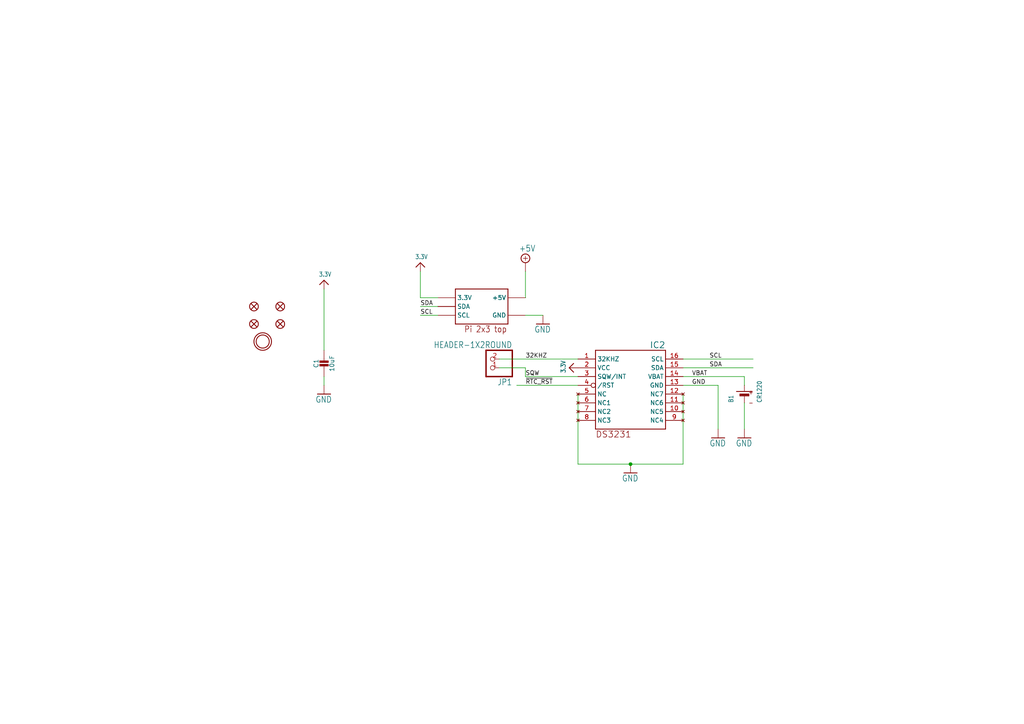
<source format=kicad_sch>
(kicad_sch (version 20211123) (generator eeschema)
  (paper "A4")
  (lib_symbols
    (symbol "eagleSchem-eagle-import:+5V" (power)
      (property "Value" "+5V" (at -1.905 3.175 0))
      (symbol "+5V_1_0"
        (polyline (pts (xy -0.635 1.27) (xy 0.635 1.27)) (stroke (width 0.1524)))
        (polyline (pts (xy 0 0.635) (xy 0 1.905)) (stroke (width 0.1524)))
        (circle (center 0 1.27) (radius 1.27) (stroke (width 0.254)))
        (pin power_in line (at 0 -2.54 90) (length 2.54) (name "+5V") (number "1"))
      )
    )
    (symbol "eagleSchem-eagle-import:3.3V" (power)
      (property "Value" "3.3V" (at -1.524 1.016 0))
      (symbol "3.3V_1_0"
        (polyline (pts (xy -1.27 -1.27) (xy 0 0)) (stroke (width 0.254)))
        (polyline (pts (xy 0 0) (xy 1.27 -1.27)) (stroke (width 0.254)))
        (pin power_in line (at 0 -2.54 90) (length 2.54) (name "3.3V") (number "1"))
      )
    )
    (symbol "eagleSchem-eagle-import:BATTERYCR1220_SMT"
      (property "Reference" "B" (at -2.54 3.175 0))
      (property "Value" "BATTERYCR1220_SMT" (at -2.54 -5.08 0))
      (symbol "BATTERYCR1220_SMT_1_0"
        (polyline (pts (xy -2.54 0) (xy -0.635 0)) (stroke (width 0.1524)))
        (polyline (pts (xy -0.508 -1.27) (xy -0.508 1.27)) (stroke (width 0.254)))
        (polyline (pts (xy -0.508 1.27) (xy -0.254 1.27)) (stroke (width 0.254)))
        (polyline (pts (xy -0.254 -1.27) (xy -0.508 -1.27)) (stroke (width 0.254)))
        (polyline (pts (xy -0.254 1.27) (xy -0.254 -1.27)) (stroke (width 0.254)))
        (polyline (pts (xy -0.254 1.27) (xy 0 1.27)) (stroke (width 0.254)))
        (polyline (pts (xy 0 -1.27) (xy -0.254 -1.27)) (stroke (width 0.254)))
        (polyline (pts (xy 0 1.27) (xy 0 -1.27)) (stroke (width 0.254)))
        (polyline (pts (xy 0.762 2.286) (xy 0.762 -2.286)) (stroke (width 0.254)))
        (polyline (pts (xy 0.889 0) (xy 2.54 0)) (stroke (width 0.1524)))
        (text "+" (at 1.27 -1.143 900) (effects (font (size 1.27 1.0795)) (justify right top)))
        (text "-" (at -1.778 -1.143 900) (effects (font (size 1.27 1.0795)) (justify right top)))
        (pin passive line (at 2.54 0 180) (length 0) (name "+") (number "+$1"))
        (pin passive line (at 2.54 0 180) (length 0) (name "+") (number "+$2"))
        (pin passive line (at -2.54 0 0) (length 0) (name "-") (number "-"))
      )
    )
    (symbol "eagleSchem-eagle-import:CAP_CERAMIC0805-NOOUTLINE"
      (property "Reference" "C" (at -2.29 1.25 90))
      (property "Value" "CAP_CERAMIC0805-NOOUTLINE" (at 2.3 1.25 90))
      (symbol "CAP_CERAMIC0805-NOOUTLINE_1_0"
        (rectangle (start -1.27 0.508) (end 1.27 1.016) (fill (type outline)))
        (rectangle (start -1.27 1.524) (end 1.27 2.032) (fill (type outline)))
        (polyline (pts (xy 0 0.762) (xy 0 0)) (stroke (width 0.1524)))
        (polyline (pts (xy 0 2.54) (xy 0 1.778)) (stroke (width 0.1524)))
        (pin passive line (at 0 5.08 270) (length 2.54) (name "1") (number "1"))
        (pin passive line (at 0 -2.54 90) (length 2.54) (name "2") (number "2"))
      )
    )
    (symbol "eagleSchem-eagle-import:DS3231{slash}SO"
      (property "Reference" "IC" (at 10.16 15.24 0))
      (symbol "DS3231{slash}SO_1_0"
        (polyline (pts (xy -10.16 -10.16) (xy -10.16 12.7)) (stroke (width 0.254)))
        (polyline (pts (xy -10.16 12.7) (xy 10.16 12.7)) (stroke (width 0.254)))
        (polyline (pts (xy 10.16 -10.16) (xy -10.16 -10.16)) (stroke (width 0.254)))
        (polyline (pts (xy 10.16 12.7) (xy 10.16 -10.16)) (stroke (width 0.254)))
        (text "DS3231" (at -10.16 -12.7 0) (effects (font (size 1.778 1.778)) (justify left bottom)))
        (pin output line (at -15.24 10.16 0) (length 5.08) (name "32KHZ") (number "1"))
        (pin no_connect line (at 15.24 -5.08 180) (length 5.08) (name "NC5") (number "10"))
        (pin no_connect line (at 15.24 -2.54 180) (length 5.08) (name "NC6") (number "11"))
        (pin no_connect line (at 15.24 0 180) (length 5.08) (name "NC7") (number "12"))
        (pin power_in line (at 15.24 2.54 180) (length 5.08) (name "GND") (number "13"))
        (pin power_in line (at 15.24 5.08 180) (length 5.08) (name "VBAT") (number "14"))
        (pin bidirectional line (at 15.24 7.62 180) (length 5.08) (name "SDA") (number "15"))
        (pin bidirectional line (at 15.24 10.16 180) (length 5.08) (name "SCL") (number "16"))
        (pin power_in line (at -15.24 7.62 0) (length 5.08) (name "VCC") (number "2"))
        (pin output line (at -15.24 5.08 0) (length 5.08) (name "SQW/INT") (number "3"))
        (pin passive inverted (at -15.24 2.54 0) (length 5.08) (name "/RST") (number "4"))
        (pin no_connect line (at -15.24 0 0) (length 5.08) (name "NC") (number "5"))
        (pin no_connect line (at -15.24 -2.54 0) (length 5.08) (name "NC1") (number "6"))
        (pin no_connect line (at -15.24 -5.08 0) (length 5.08) (name "NC2") (number "7"))
        (pin no_connect line (at -15.24 -7.62 0) (length 5.08) (name "NC3") (number "8"))
        (pin no_connect line (at 15.24 -7.62 180) (length 5.08) (name "NC4") (number "9"))
      )
    )
    (symbol "eagleSchem-eagle-import:FIDUCIAL_1MM"
      (symbol "FIDUCIAL_1MM_1_0"
        (polyline (pts (xy -0.762 0.762) (xy 0.762 -0.762)) (stroke (width 0.254)))
        (polyline (pts (xy 0.762 0.762) (xy -0.762 -0.762)) (stroke (width 0.254)))
        (circle (center 0 0) (radius 1.27) (stroke (width 0.254)))
      )
    )
    (symbol "eagleSchem-eagle-import:GND" (power)
      (property "Value" "GND" (at -2.54 -2.54 0))
      (symbol "GND_1_0"
        (polyline (pts (xy -1.905 0) (xy 1.905 0)) (stroke (width 0.254)))
        (pin power_in line (at 0 2.54 270) (length 2.54) (name "GND") (number "1"))
      )
    )
    (symbol "eagleSchem-eagle-import:HEADER-1X2ROUND"
      (property "Reference" "JP" (at -6.35 5.715 0))
      (property "Value" "HEADER-1X2ROUND" (at -6.35 -5.08 0))
      (symbol "HEADER-1X2ROUND_1_0"
        (polyline (pts (xy -6.35 -2.54) (xy 1.27 -2.54)) (stroke (width 0.4064)))
        (polyline (pts (xy -6.35 5.08) (xy -6.35 -2.54)) (stroke (width 0.4064)))
        (polyline (pts (xy 1.27 -2.54) (xy 1.27 5.08)) (stroke (width 0.4064)))
        (polyline (pts (xy 1.27 5.08) (xy -6.35 5.08)) (stroke (width 0.4064)))
        (pin passive inverted (at -2.54 2.54 0) (length 2.54) (name "1") (number "1"))
        (pin passive inverted (at -2.54 0 0) (length 2.54) (name "2") (number "2"))
      )
    )
    (symbol "eagleSchem-eagle-import:MOUNTINGHOLE3.0THIN"
      (symbol "MOUNTINGHOLE3.0THIN_1_0"
        (circle (center 0 0) (radius 1.905) (stroke (width 0.254)))
        (circle (center 0 0) (radius 2.54) (stroke (width 0.254)))
      )
    )
    (symbol "eagleSchem-eagle-import:RASPBERRYPI_2X3"
      (symbol "RASPBERRYPI_2X3_1_0"
        (polyline (pts (xy -7.62 -5.08) (xy -7.62 5.08)) (stroke (width 0.254)))
        (polyline (pts (xy -7.62 5.08) (xy 7.62 5.08)) (stroke (width 0.254)))
        (polyline (pts (xy 7.62 -5.08) (xy -7.62 -5.08)) (stroke (width 0.254)))
        (polyline (pts (xy 7.62 5.08) (xy 7.62 -5.08)) (stroke (width 0.254)))
        (text "Pi 2x3 top" (at -5.08 -7.62 0) (effects (font (size 1.778 1.5113)) (justify left bottom)))
        (pin bidirectional line (at -12.7 2.54 0) (length 5.08) (name "3.3V") (number "1"))
        (pin bidirectional line (at -12.7 2.54 0) (length 5.08) (name "3.3V") (number "1'"))
        (pin bidirectional line (at 12.7 2.54 180) (length 5.08) (name "+5V") (number "2"))
        (pin bidirectional line (at 12.7 2.54 180) (length 5.08) (name "+5V") (number "2'"))
        (pin bidirectional line (at -12.7 0 0) (length 5.08) (name "SDA") (number "3"))
        (pin bidirectional line (at -12.7 0 0) (length 5.08) (name "SDA") (number "3'"))
        (pin bidirectional line (at 12.7 2.54 180) (length 5.08) (name "+5V") (number "4"))
        (pin bidirectional line (at 12.7 2.54 180) (length 5.08) (name "+5V") (number "4'"))
        (pin bidirectional line (at -12.7 -2.54 0) (length 5.08) (name "SCL") (number "5"))
        (pin bidirectional line (at -12.7 -2.54 0) (length 5.08) (name "SCL") (number "5'"))
        (pin bidirectional line (at 12.7 -2.54 180) (length 5.08) (name "GND") (number "6"))
        (pin bidirectional line (at 12.7 -2.54 180) (length 5.08) (name "GND") (number "6'"))
      )
    )
  )
  (junction (at 182.88 134.62))
  (wire (pts (xy 218.44 106.68) (xy 198.12 106.68)))
  (wire (pts (xy 121.92 91.44) (xy 127 91.44)))
  (wire (pts (xy 152.4 78.74) (xy 152.4 86.36)))
  (wire (pts (xy 215.9 111.76) (xy 215.9 109.22)))
  (wire (pts (xy 144.78 104.14) (xy 167.64 104.14)))
  (wire (pts (xy 182.88 134.62) (xy 198.12 134.62)))
  (wire (pts (xy 149.86 111.76) (xy 167.64 111.76)))
  (wire (pts (xy 152.4 109.22) (xy 167.64 109.22)))
  (wire (pts (xy 198.12 104.14) (xy 218.44 104.14)))
  (wire (pts (xy 198.12 109.22) (xy 215.9 109.22)))
  (wire (pts (xy 152.4 91.44) (xy 157.48 91.44)))
  (wire (pts (xy 215.9 116.84) (xy 215.9 124.46)))
  (wire (pts (xy 152.4 109.22) (xy 152.4 106.68)))
  (wire (pts (xy 127 88.9) (xy 121.92 88.9)))
  (wire (pts (xy 198.12 111.76) (xy 208.28 111.76)))
  (wire (pts (xy 127 86.36) (xy 121.92 86.36)))
  (wire (pts (xy 152.4 106.68) (xy 144.78 106.68)))
  (wire (pts (xy 167.64 134.62) (xy 182.88 134.62)))
  (wire (pts (xy 198.12 114.3) (xy 198.12 134.62)))
  (wire (pts (xy 121.92 86.36) (xy 121.92 78.74)))
  (wire (pts (xy 93.98 111.76) (xy 93.98 109.22)))
  (wire (pts (xy 208.28 124.46) (xy 208.28 111.76)))
  (wire (pts (xy 93.98 101.6) (xy 93.98 83.82)))
  (wire (pts (xy 167.64 114.3) (xy 167.64 134.62)))
  (label "SQW" (at 152.4 109.22 0) (effects (font (size 1.2446 1.2446))))
  (label "SCL" (at 205.74 104.14 0) (effects (font (size 1.2446 1.2446))))
  (label "SDA" (at 205.74 106.68 0) (effects (font (size 1.2446 1.2446))))
  (label "32KHZ" (at 152.4 104.14 0) (effects (font (size 1.2446 1.2446))))
  (label "VBAT" (at 200.66 109.22 0) (effects (font (size 1.2446 1.2446))))
  (label "GND" (at 200.66 111.76 0) (effects (font (size 1.2446 1.2446))))
  (label "~{RTC_RST}" (at 152.4 111.76 0) (effects (font (size 1.2446 1.2446))))
  (label "SCL" (at 121.92 91.44 0) (effects (font (size 1.2446 1.2446))))
  (label "SDA" (at 121.92 88.9 0) (effects (font (size 1.2446 1.2446))))
  (symbol (lib_id "eagleSchem-eagle-import:FIDUCIAL_1MM") (at 81.28 88.9 0) (unit 1)
    (property "Reference" "FID4" (effects hide))
    (property "Value" "FIDUCIAL_1MM" (effects hide))
    (property "Footprint" "eagleSchem:FIDUCIAL_1MM" (effects hide))
  )
  (symbol (lib_id "eagleSchem-eagle-import:+5V") (at 152.4 76.2 0) (unit 1)
    (property "Reference" "#SUPPLY1" (effects hide))
    (property "Value" "+5V" (at 150.495 73.025 0) (effects (font (size 1.778 1.5113)) (justify left bottom)))
    (property "Footprint" "eagleSchem:" (effects hide))
  )
  (symbol (lib_id "eagleSchem-eagle-import:3.3V") (at 121.92 76.2 0) (unit 1)
    (property "Reference" "#U$5" (effects hide))
    (property "Value" "3.3V" (at 120.396 75.184 0) (effects (font (size 1.27 1.0795)) (justify left bottom)))
    (property "Footprint" "eagleSchem:" (effects hide))
  )
  (symbol (lib_id "eagleSchem-eagle-import:FIDUCIAL_1MM") (at 81.28 93.98 0) (unit 1)
    (property "Reference" "FID2" (effects hide))
    (property "Value" "FIDUCIAL_1MM" (effects hide))
    (property "Footprint" "eagleSchem:FIDUCIAL_1MM" (effects hide))
  )
  (symbol (lib_id "eagleSchem-eagle-import:HEADER-1X2ROUND") (at 142.24 104.14 180) (unit 1)
    (property "Reference" "JP1" (at 148.59 109.855 0) (effects (font (size 1.778 1.5113)) (justify left bottom)))
    (property "Value" "HEADER-1X2ROUND" (at 148.59 99.06 0) (effects (font (size 1.778 1.5113)) (justify left bottom)))
    (property "Footprint" "eagleSchem:1X02_ROUND" (effects hide))
  )
  (symbol (lib_id "eagleSchem-eagle-import:GND") (at 215.9 127 0) (unit 1)
    (property "Reference" "#GND17" (effects hide))
    (property "Value" "GND" (at 213.36 129.54 0) (effects (font (size 1.778 1.5113)) (justify left bottom)))
    (property "Footprint" "eagleSchem:" (effects hide))
  )
  (symbol (lib_id "eagleSchem-eagle-import:FIDUCIAL_1MM") (at 73.66 93.98 0) (unit 1)
    (property "Reference" "FID1" (effects hide))
    (property "Value" "FIDUCIAL_1MM" (effects hide))
    (property "Footprint" "eagleSchem:FIDUCIAL_1MM" (effects hide))
  )
  (symbol (lib_id "eagleSchem-eagle-import:GND") (at 157.48 93.98 0) (unit 1)
    (property "Reference" "#GND3" (effects hide))
    (property "Value" "GND" (at 154.94 96.52 0) (effects (font (size 1.778 1.5113)) (justify left bottom)))
    (property "Footprint" "eagleSchem:" (effects hide))
  )
  (symbol (lib_id "eagleSchem-eagle-import:3.3V") (at 93.98 81.28 0) (unit 1)
    (property "Reference" "#U$1" (effects hide))
    (property "Value" "3.3V" (at 92.456 80.264 0) (effects (font (size 1.27 1.0795)) (justify left bottom)))
    (property "Footprint" "eagleSchem:" (effects hide))
  )
  (symbol (lib_id "eagleSchem-eagle-import:3.3V") (at 165.1 106.68 90) (unit 1)
    (property "Reference" "#U$6" (effects hide))
    (property "Value" "3.3V" (at 164.084 108.204 0) (effects (font (size 1.27 1.0795)) (justify left bottom)))
    (property "Footprint" "eagleSchem:" (effects hide))
  )
  (symbol (lib_id "eagleSchem-eagle-import:DS3231{slash}SO") (at 182.88 114.3 0) (unit 1)
    (property "Reference" "IC2" (at 193.04 99.06 0) (effects (font (size 1.778 1.778)) (justify right top)))
    (property "Value" "DS3231{slash}SO" (effects hide))
    (property "Footprint" "eagleSchem:SO16W" (effects hide))
  )
  (symbol (lib_id "eagleSchem-eagle-import:BATTERYCR1220_SMT") (at 215.9 114.3 90) (unit 1)
    (property "Reference" "B1" (at 212.725 116.84 0) (effects (font (size 1.27 1.0795)) (justify left bottom)))
    (property "Value" "CR1220" (at 220.98 116.84 0) (effects (font (size 1.27 1.0795)) (justify left bottom)))
    (property "Footprint" "eagleSchem:CR1220" (effects hide))
  )
  (symbol (lib_id "eagleSchem-eagle-import:CAP_CERAMIC0805-NOOUTLINE") (at 93.98 106.68 0) (unit 1)
    (property "Reference" "C1" (at 91.69 105.43 90))
    (property "Value" "10uF" (at 96.28 105.43 90))
    (property "Footprint" "eagleSchem:0805-NO" (effects hide))
  )
  (symbol (lib_id "eagleSchem-eagle-import:GND") (at 182.88 137.16 0) (unit 1)
    (property "Reference" "#GND1" (effects hide))
    (property "Value" "GND" (at 180.34 139.7 0) (effects (font (size 1.778 1.5113)) (justify left bottom)))
    (property "Footprint" "eagleSchem:" (effects hide))
  )
  (symbol (lib_id "eagleSchem-eagle-import:GND") (at 208.28 127 0) (unit 1)
    (property "Reference" "#GND16" (effects hide))
    (property "Value" "GND" (at 205.74 129.54 0) (effects (font (size 1.778 1.5113)) (justify left bottom)))
    (property "Footprint" "eagleSchem:" (effects hide))
  )
  (symbol (lib_id "eagleSchem-eagle-import:FIDUCIAL_1MM") (at 73.66 88.9 0) (unit 1)
    (property "Reference" "FID3" (effects hide))
    (property "Value" "FIDUCIAL_1MM" (effects hide))
    (property "Footprint" "eagleSchem:FIDUCIAL_1MM" (effects hide))
  )
  (symbol (lib_id "eagleSchem-eagle-import:RASPBERRYPI_2X3") (at 139.7 88.9 0) (unit 1)
    (property "Reference" "RPI1" (effects hide))
    (property "Value" "RASPBERRYPI_2X3" (effects hide))
    (property "Footprint" "eagleSchem:RASPBERRYPI_2X3_THMSMT" (effects hide))
  )
  (symbol (lib_id "eagleSchem-eagle-import:MOUNTINGHOLE3.0THIN") (at 76.2 99.06 0) (unit 1)
    (property "Reference" "U$4" (effects hide))
    (property "Value" "MOUNTINGHOLE3.0THIN" (effects hide))
    (property "Footprint" "eagleSchem:MOUNTINGHOLE_3.0_PLATEDTHIN" (effects hide))
  )
  (symbol (lib_id "eagleSchem-eagle-import:GND") (at 93.98 114.3 0) (unit 1)
    (property "Reference" "#GND2" (effects hide))
    (property "Value" "GND" (at 91.44 116.84 0) (effects (font (size 1.778 1.5113)) (justify left bottom)))
    (property "Footprint" "eagleSchem:" (effects hide))
  )
)
</source>
